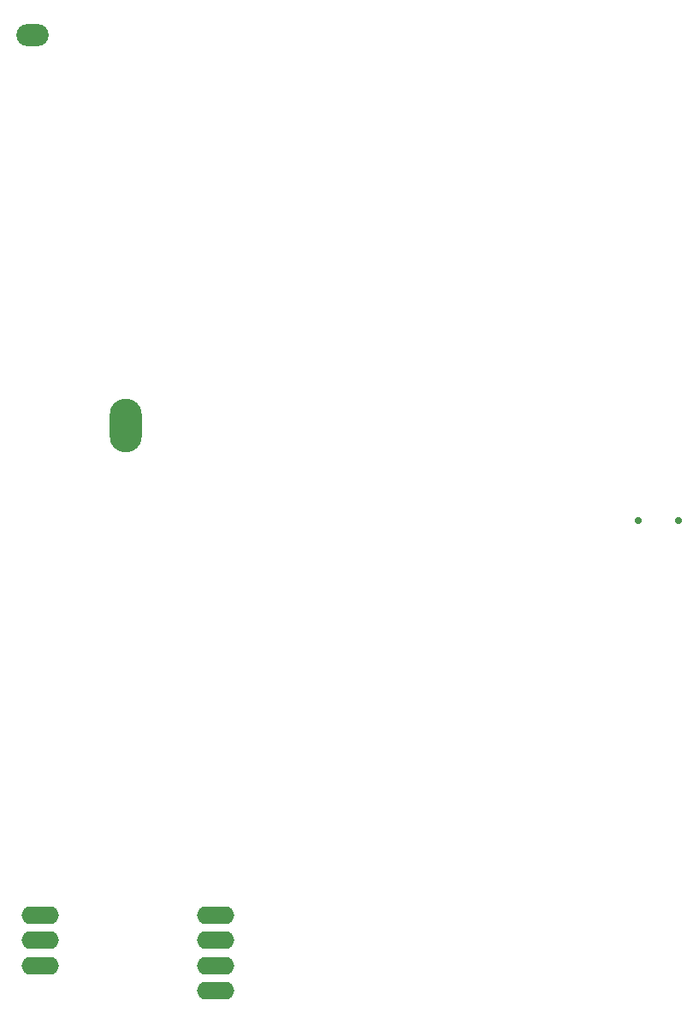
<source format=gbr>
%TF.GenerationSoftware,KiCad,Pcbnew,7.0.6*%
%TF.CreationDate,2024-03-31T21:54:29-07:00*%
%TF.ProjectId,retroglowplus_gbc,72657472-6f67-46c6-9f77-706c75735f67,rev?*%
%TF.SameCoordinates,Original*%
%TF.FileFunction,Soldermask,Bot*%
%TF.FilePolarity,Negative*%
%FSLAX46Y46*%
G04 Gerber Fmt 4.6, Leading zero omitted, Abs format (unit mm)*
G04 Created by KiCad (PCBNEW 7.0.6) date 2024-03-31 21:54:29*
%MOMM*%
%LPD*%
G01*
G04 APERTURE LIST*
%ADD10O,3.200000X5.300000*%
%ADD11O,3.700000X1.750000*%
%ADD12O,3.200000X2.200000*%
%ADD13C,0.700000*%
G04 APERTURE END LIST*
D10*
%TO.C,REF\u002A\u002A*%
X217212283Y-106146600D03*
%TD*%
D11*
%TO.C,REF\u002A\u002A*%
X226111100Y-154531000D03*
%TD*%
%TO.C,REF\u002A\u002A*%
X226111100Y-157031000D03*
%TD*%
%TO.C,REF\u002A\u002A*%
X226111100Y-159531000D03*
%TD*%
%TO.C,REF\u002A\u002A*%
X208811100Y-154531000D03*
%TD*%
%TO.C,REF\u002A\u002A*%
X226111100Y-162031000D03*
%TD*%
D12*
%TO.C,REF\u002A\u002A*%
X208051400Y-67564000D03*
%TD*%
D11*
%TO.C,REF\u002A\u002A*%
X208811100Y-157031000D03*
%TD*%
D13*
%TO.C,J1*%
X271976600Y-115523100D03*
X267976600Y-115523100D03*
%TD*%
D11*
%TO.C,REF\u002A\u002A*%
X208811100Y-159531000D03*
%TD*%
M02*

</source>
